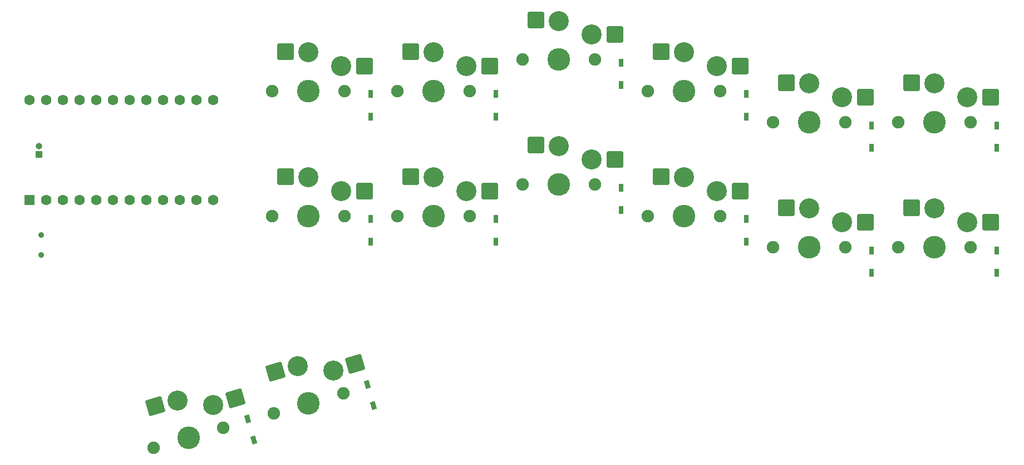
<source format=gbr>
%TF.GenerationSoftware,KiCad,Pcbnew,8.0.0*%
%TF.CreationDate,2024-03-11T23:34:35-04:00*%
%TF.ProjectId,Kiwi MKIII Right,4b697769-204d-44b4-9949-492052696768,rev?*%
%TF.SameCoordinates,Original*%
%TF.FileFunction,Soldermask,Bot*%
%TF.FilePolarity,Negative*%
%FSLAX46Y46*%
G04 Gerber Fmt 4.6, Leading zero omitted, Abs format (unit mm)*
G04 Created by KiCad (PCBNEW 8.0.0) date 2024-03-11 23:34:35*
%MOMM*%
%LPD*%
G01*
G04 APERTURE LIST*
G04 Aperture macros list*
%AMRoundRect*
0 Rectangle with rounded corners*
0 $1 Rounding radius*
0 $2 $3 $4 $5 $6 $7 $8 $9 X,Y pos of 4 corners*
0 Add a 4 corners polygon primitive as box body*
4,1,4,$2,$3,$4,$5,$6,$7,$8,$9,$2,$3,0*
0 Add four circle primitives for the rounded corners*
1,1,$1+$1,$2,$3*
1,1,$1+$1,$4,$5*
1,1,$1+$1,$6,$7*
1,1,$1+$1,$8,$9*
0 Add four rect primitives between the rounded corners*
20,1,$1+$1,$2,$3,$4,$5,0*
20,1,$1+$1,$4,$5,$6,$7,0*
20,1,$1+$1,$6,$7,$8,$9,0*
20,1,$1+$1,$8,$9,$2,$3,0*%
%AMRotRect*
0 Rectangle, with rotation*
0 The origin of the aperture is its center*
0 $1 length*
0 $2 width*
0 $3 Rotation angle, in degrees counterclockwise*
0 Add horizontal line*
21,1,$1,$2,0,0,$3*%
G04 Aperture macros list end*
%ADD10C,1.900000*%
%ADD11C,3.050000*%
%ADD12C,3.450000*%
%ADD13RoundRect,0.250000X-1.025000X-1.000000X1.025000X-1.000000X1.025000X1.000000X-1.025000X1.000000X0*%
%ADD14C,0.900000*%
%ADD15RoundRect,0.250000X-0.709656X-1.243790X1.260931X-0.678733X0.709656X1.243790X-1.260931X0.678733X0*%
%ADD16R,1.600000X1.600000*%
%ADD17C,1.600000*%
%ADD18R,1.000000X1.000000*%
%ADD19O,1.000000X1.000000*%
%ADD20R,0.750000X1.200000*%
%ADD21RotRect,0.750000X1.200000X16.000000*%
G04 APERTURE END LIST*
D10*
%TO.C,SW310*%
X131879300Y-131780200D03*
D11*
X137379300Y-125880200D03*
D12*
X137379300Y-131780200D03*
D11*
X142379300Y-127980200D03*
D10*
X142879300Y-131780200D03*
D13*
X133879300Y-125780200D03*
X145879300Y-127980200D03*
%TD*%
D10*
%TO.C,SW303*%
X150929300Y-117492700D03*
D11*
X156429300Y-111592700D03*
D12*
X156429300Y-117492700D03*
D11*
X161429300Y-113692700D03*
D10*
X161929300Y-117492700D03*
D13*
X152929300Y-111492700D03*
X164929300Y-113692700D03*
%TD*%
D10*
%TO.C,SW302*%
X169979300Y-122255200D03*
D11*
X175479300Y-116355200D03*
D12*
X175479300Y-122255200D03*
D11*
X180479300Y-118455200D03*
D10*
X180979300Y-122255200D03*
D13*
X171979300Y-116255200D03*
X183979300Y-118455200D03*
%TD*%
D10*
%TO.C,SW305*%
X112829300Y-117492700D03*
D11*
X118329300Y-111592700D03*
D12*
X118329300Y-117492700D03*
D11*
X123329300Y-113692700D03*
D10*
X123829300Y-117492700D03*
D13*
X114829300Y-111492700D03*
X126829300Y-113692700D03*
%TD*%
D14*
%TO.C,SW315*%
X58624293Y-139480200D03*
X58624293Y-142480200D03*
%TD*%
D10*
%TO.C,SW304*%
X131879300Y-112730200D03*
D11*
X137379300Y-106830200D03*
D12*
X137379300Y-112730200D03*
D11*
X142379300Y-108930200D03*
D10*
X142879300Y-112730200D03*
D13*
X133879300Y-106730200D03*
X145879300Y-108930200D03*
%TD*%
D10*
%TO.C,SW309*%
X150929300Y-136542700D03*
D11*
X156429300Y-130642700D03*
D12*
X156429300Y-136542700D03*
D11*
X161429300Y-132742700D03*
D10*
X161929300Y-136542700D03*
D13*
X152929300Y-130542700D03*
X164929300Y-132742700D03*
%TD*%
D10*
%TO.C,SW307*%
X189029300Y-141305200D03*
D11*
X194529300Y-135405200D03*
D12*
X194529300Y-141305200D03*
D11*
X199529300Y-137505200D03*
D10*
X200029300Y-141305200D03*
D13*
X191029300Y-135305200D03*
X203029300Y-137505200D03*
%TD*%
D10*
%TO.C,SW311*%
X112829300Y-136542700D03*
D11*
X118329300Y-130642700D03*
D12*
X118329300Y-136542700D03*
D11*
X123329300Y-132742700D03*
D10*
X123829300Y-136542700D03*
D13*
X114829300Y-130542700D03*
X126829300Y-132742700D03*
%TD*%
D10*
%TO.C,SW313*%
X93992361Y-166633705D03*
D11*
X97653040Y-159446256D03*
D12*
X99279300Y-165117700D03*
D11*
X103038187Y-160086719D03*
D10*
X104566239Y-163601695D03*
D15*
X94261060Y-160314861D03*
X106402602Y-159121988D03*
%TD*%
D10*
%TO.C,SW308*%
X169979300Y-141305200D03*
D11*
X175479300Y-135405200D03*
D12*
X175479300Y-141305200D03*
D11*
X180479300Y-137505200D03*
D10*
X180979300Y-141305200D03*
D13*
X171979300Y-135305200D03*
X183979300Y-137505200D03*
%TD*%
D16*
%TO.C,U301*%
X56859300Y-134162700D03*
D17*
X59399300Y-134162700D03*
X61939300Y-134162700D03*
X64479300Y-134162700D03*
X67019300Y-134162700D03*
X69559300Y-134162700D03*
X72099300Y-134162700D03*
X74639300Y-134162700D03*
X77179300Y-134162700D03*
X79719300Y-134162700D03*
X82259300Y-134162700D03*
X84799300Y-134162700D03*
X84799300Y-118922700D03*
X82259300Y-118922700D03*
X79719300Y-118922700D03*
X77179300Y-118922700D03*
X74639300Y-118922700D03*
X72099300Y-118922700D03*
X69559300Y-118922700D03*
X67019300Y-118922700D03*
X64479300Y-118922700D03*
X61939300Y-118922700D03*
X59399300Y-118922700D03*
X56859300Y-118922700D03*
%TD*%
D10*
%TO.C,SW312*%
X93779300Y-136542700D03*
D11*
X99279300Y-130642700D03*
D12*
X99279300Y-136542700D03*
D11*
X104279300Y-132742700D03*
D10*
X104779300Y-136542700D03*
D13*
X95779300Y-130542700D03*
X107779300Y-132742700D03*
%TD*%
D18*
%TO.C,BT301*%
X58279293Y-127167700D03*
D19*
X58279293Y-125897700D03*
%TD*%
D10*
%TO.C,SW314*%
X75728389Y-171870815D03*
D11*
X79389068Y-164683366D03*
D12*
X81015328Y-170354810D03*
D11*
X84774215Y-165323829D03*
D10*
X86302267Y-168838805D03*
D15*
X75997088Y-165551971D03*
X88138630Y-164359098D03*
%TD*%
D10*
%TO.C,SW301*%
X189029300Y-122255200D03*
D11*
X194529300Y-116355200D03*
D12*
X194529300Y-122255200D03*
D11*
X199529300Y-118455200D03*
D10*
X200029300Y-122255200D03*
D13*
X191029300Y-116255200D03*
X203029300Y-118455200D03*
%TD*%
D10*
%TO.C,SW306*%
X93779300Y-117492700D03*
D11*
X99279300Y-111592700D03*
D12*
X99279300Y-117492700D03*
D11*
X104279300Y-113692700D03*
D10*
X104779300Y-117492700D03*
D13*
X95779300Y-111492700D03*
X107779300Y-113692700D03*
%TD*%
D20*
%TO.C,D309*%
X165929300Y-140442700D03*
X165929300Y-137042700D03*
%TD*%
%TO.C,D301*%
X204029300Y-126155200D03*
X204029300Y-122755200D03*
%TD*%
%TO.C,D310*%
X146879300Y-135680200D03*
X146879300Y-132280200D03*
%TD*%
%TO.C,D312*%
X108779300Y-140442700D03*
X108779300Y-137042700D03*
%TD*%
D21*
%TO.C,D314*%
X90983912Y-170738955D03*
X90046744Y-167470665D03*
%TD*%
D20*
%TO.C,D304*%
X146879300Y-116630200D03*
X146879300Y-113230200D03*
%TD*%
%TO.C,D305*%
X127829300Y-121392700D03*
X127829300Y-117992700D03*
%TD*%
%TO.C,D303*%
X165929300Y-121392700D03*
X165929300Y-117992700D03*
%TD*%
D21*
%TO.C,D313*%
X109183912Y-165488955D03*
X108246744Y-162220665D03*
%TD*%
D20*
%TO.C,D311*%
X127829300Y-140442700D03*
X127829300Y-137042700D03*
%TD*%
%TO.C,D302*%
X184979300Y-126155200D03*
X184979300Y-122755200D03*
%TD*%
%TO.C,D307*%
X204029300Y-145205200D03*
X204029300Y-141805200D03*
%TD*%
%TO.C,D306*%
X108779300Y-121392700D03*
X108779300Y-117992700D03*
%TD*%
%TO.C,D308*%
X184979300Y-145205200D03*
X184979300Y-141805200D03*
%TD*%
M02*

</source>
